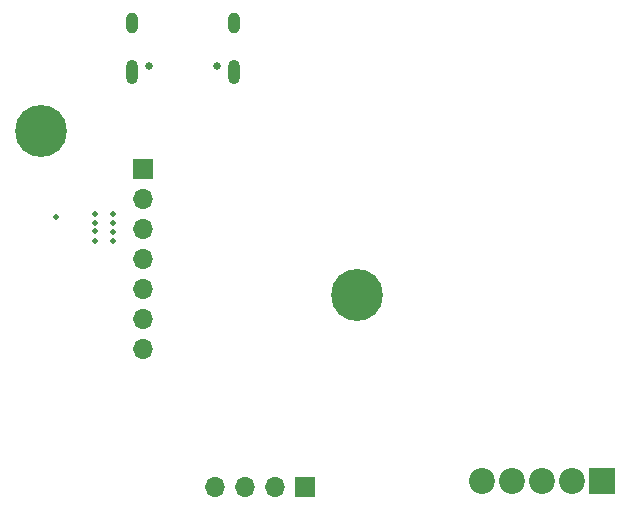
<source format=gbr>
%TF.GenerationSoftware,KiCad,Pcbnew,8.0.5*%
%TF.CreationDate,2024-09-28T10:16:11+02:00*%
%TF.ProjectId,Slave,536c6176-652e-46b6-9963-61645f706362,rev?*%
%TF.SameCoordinates,Original*%
%TF.FileFunction,Soldermask,Bot*%
%TF.FilePolarity,Negative*%
%FSLAX46Y46*%
G04 Gerber Fmt 4.6, Leading zero omitted, Abs format (unit mm)*
G04 Created by KiCad (PCBNEW 8.0.5) date 2024-09-28 10:16:11*
%MOMM*%
%LPD*%
G01*
G04 APERTURE LIST*
%ADD10R,1.700000X1.700000*%
%ADD11O,1.700000X1.700000*%
%ADD12C,0.650000*%
%ADD13O,1.000000X2.100000*%
%ADD14O,1.000000X1.800000*%
%ADD15C,0.500000*%
%ADD16R,2.200000X2.200000*%
%ADD17C,2.200000*%
%ADD18C,0.700000*%
%ADD19C,4.400000*%
G04 APERTURE END LIST*
D10*
%TO.C,J3*%
X34798000Y-52324000D03*
D11*
X34798000Y-54864000D03*
X34798000Y-57404000D03*
X34798000Y-59944000D03*
X34798000Y-62484000D03*
X34798000Y-65024000D03*
X34798000Y-67564000D03*
%TD*%
D12*
%TO.C,J1*%
X41092000Y-43629000D03*
X35312000Y-43629000D03*
D13*
X42522000Y-44129000D03*
D14*
X42522000Y-39949000D03*
D13*
X33882000Y-44129000D03*
D14*
X33882000Y-39949000D03*
%TD*%
D15*
%TO.C,*%
X32258000Y-58420000D03*
%TD*%
D16*
%TO.C,J2*%
X73660000Y-78770000D03*
D17*
X71120000Y-78770000D03*
X68580000Y-78770000D03*
X66040000Y-78770000D03*
X63500000Y-78770000D03*
%TD*%
D15*
%TO.C,*%
X32234000Y-56884000D03*
%TD*%
%TO.C,*%
X32234000Y-56134000D03*
%TD*%
D10*
%TO.C,J4*%
X48504000Y-79248000D03*
D11*
X45964000Y-79248000D03*
X43424000Y-79248000D03*
X40884000Y-79248000D03*
%TD*%
D15*
%TO.C,*%
X30734000Y-56884000D03*
%TD*%
%TO.C,MK1*%
X27432000Y-56440000D03*
%TD*%
%TO.C,*%
X30734000Y-58420000D03*
%TD*%
%TO.C,*%
X32234000Y-57634000D03*
%TD*%
D18*
%TO.C,H2*%
X24512000Y-49149000D03*
X24995274Y-47982274D03*
X24995274Y-50315726D03*
X26162000Y-47499000D03*
D19*
X26162000Y-49149000D03*
D18*
X26162000Y-50799000D03*
X27328726Y-47982274D03*
X27328726Y-50315726D03*
X27812000Y-49149000D03*
%TD*%
D15*
%TO.C,*%
X30734000Y-56134000D03*
%TD*%
%TO.C,*%
X30734000Y-57600000D03*
%TD*%
D18*
%TO.C,H1*%
X51285274Y-62968274D03*
X51768548Y-61801548D03*
X51768548Y-64135000D03*
X52935274Y-61318274D03*
D19*
X52935274Y-62968274D03*
D18*
X52935274Y-64618274D03*
X54102000Y-61801548D03*
X54102000Y-64135000D03*
X54585274Y-62968274D03*
%TD*%
M02*

</source>
